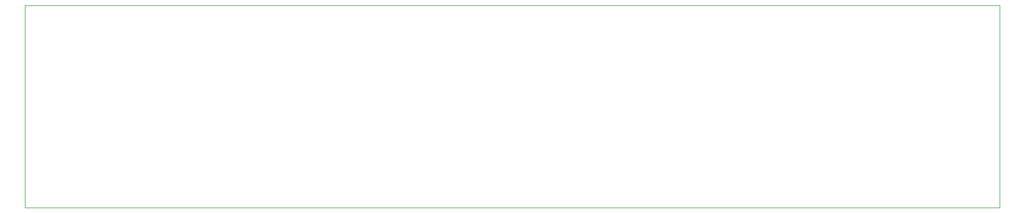
<source format=gbr>
G04 #@! TF.GenerationSoftware,KiCad,Pcbnew,(5.1.4)-1*
G04 #@! TF.CreationDate,2020-08-08T18:08:14-04:00*
G04 #@! TF.ProjectId,ruler,72756c65-722e-46b6-9963-61645f706362,0.1*
G04 #@! TF.SameCoordinates,Original*
G04 #@! TF.FileFunction,Profile,NP*
%FSLAX46Y46*%
G04 Gerber Fmt 4.6, Leading zero omitted, Abs format (unit mm)*
G04 Created by KiCad (PCBNEW (5.1.4)-1) date 2020-08-08 18:08:14*
%MOMM*%
%LPD*%
G04 APERTURE LIST*
%ADD10C,0.100000*%
G04 APERTURE END LIST*
D10*
X228600000Y-107950000D02*
X76200000Y-107950000D01*
X228600000Y-76200000D02*
X76200000Y-76200000D01*
X228600000Y-107950000D02*
X228600000Y-76200000D01*
X76200000Y-76200000D02*
X76200000Y-107950000D01*
M02*

</source>
